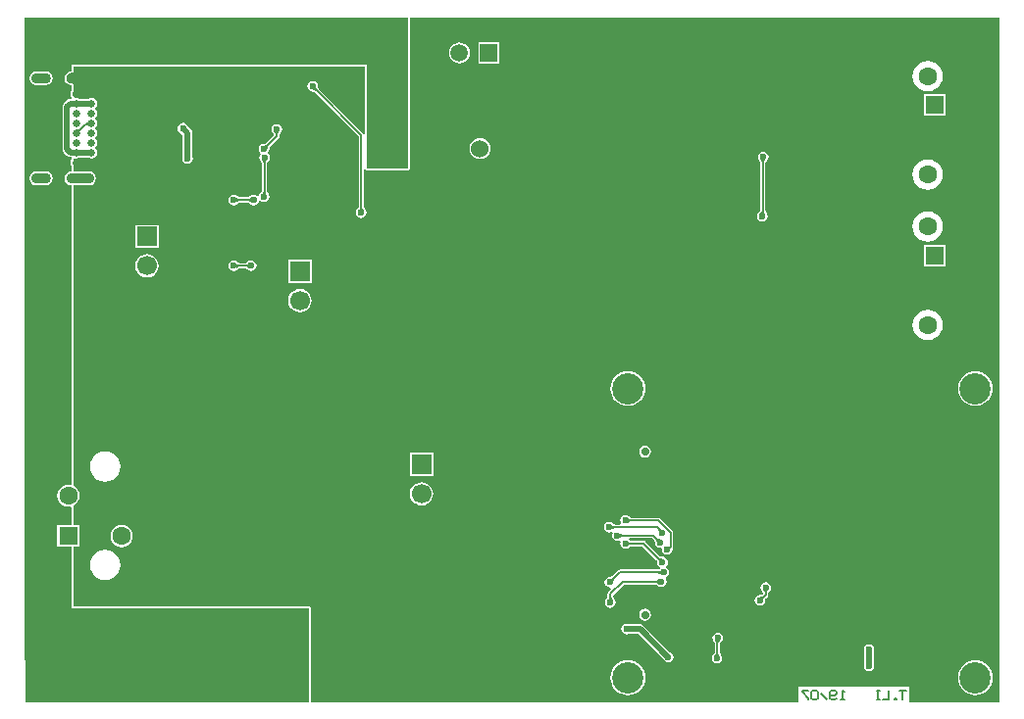
<source format=gbl>
G04*
G04 #@! TF.GenerationSoftware,Altium Limited,Altium Designer,19.0.15 (446)*
G04*
G04 Layer_Physical_Order=2*
G04 Layer_Color=16711680*
%FSLAX25Y25*%
%MOIN*%
G70*
G01*
G75*
%ADD11C,0.00787*%
%ADD13C,0.00591*%
%ADD102C,0.01968*%
%ADD104C,0.00606*%
%ADD106R,0.06693X0.06693*%
%ADD107C,0.06693*%
%ADD108C,0.06299*%
%ADD109R,0.06299X0.06299*%
%ADD110C,0.06000*%
%ADD111C,0.02559*%
%ADD112O,0.09449X0.03543*%
%ADD113O,0.06693X0.03543*%
%ADD114R,0.05906X0.05906*%
%ADD115C,0.05906*%
%ADD116C,0.02756*%
%ADD117C,0.10630*%
%ADD118C,0.02362*%
G36*
X100789Y210867D02*
X100815Y210601D01*
X100838Y210480D01*
X100868Y210367D01*
X100905Y210262D01*
X100950Y210166D01*
X101001Y210077D01*
X101059Y209996D01*
X101125Y209923D01*
X100707Y209505D01*
X100634Y209571D01*
X100553Y209629D01*
X100464Y209680D01*
X100367Y209725D01*
X100262Y209762D01*
X100150Y209792D01*
X100029Y209815D01*
X99900Y209832D01*
X99763Y209840D01*
X99618Y209843D01*
X100787Y211012D01*
X100789Y210867D01*
D02*
G37*
G36*
X23762Y197483D02*
X23621Y197581D01*
X23353Y197747D01*
X23226Y197814D01*
X22988Y197917D01*
X22877Y197953D01*
X22770Y197979D01*
X22669Y197994D01*
X22572Y197999D01*
X22463Y198606D01*
X22571Y198612D01*
X22678Y198631D01*
X22782Y198663D01*
X22885Y198708D01*
X22985Y198766D01*
X23083Y198837D01*
X23178Y198920D01*
X23272Y199017D01*
X23363Y199126D01*
X23453Y199248D01*
X23762Y197483D01*
D02*
G37*
G36*
X20830Y196385D02*
X20760Y196307D01*
X20698Y196220D01*
X20644Y196124D01*
X20597Y196019D01*
X20558Y195904D01*
X20526Y195780D01*
X20502Y195646D01*
X20484Y195503D01*
X20475Y195352D01*
X20473Y195190D01*
X19206Y196457D01*
X19367Y196459D01*
X19662Y196485D01*
X19796Y196510D01*
X19920Y196542D01*
X20034Y196581D01*
X20140Y196628D01*
X20236Y196683D01*
X20323Y196744D01*
X20401Y196814D01*
X20830Y196385D01*
D02*
G37*
G36*
X333014Y1631D02*
X302372D01*
Y6701D01*
X264831D01*
Y1631D01*
X99575Y1631D01*
X99075Y1631D01*
Y33465D01*
X98884Y33924D01*
X98425Y34114D01*
X18366D01*
Y54321D01*
X20285D01*
Y61821D01*
X18366D01*
Y67781D01*
X18348Y67825D01*
X18360Y67870D01*
X18295Y67980D01*
X18295Y68173D01*
X18416Y68543D01*
X18464Y68604D01*
X19210Y69176D01*
X19811Y69959D01*
X20188Y70872D01*
X20317Y71850D01*
X20188Y72829D01*
X19811Y73741D01*
X19210Y74525D01*
X18464Y75096D01*
X18416Y75158D01*
X18295Y75527D01*
X18295Y75721D01*
X18360Y75830D01*
X18348Y75876D01*
X18366Y75920D01*
Y177404D01*
X23603D01*
X24528Y177588D01*
X25312Y178113D01*
X25836Y178897D01*
X26021Y179822D01*
X25836Y180748D01*
X25312Y181532D01*
X24528Y182056D01*
X23603Y182240D01*
X18366D01*
Y183965D01*
X18293Y184140D01*
X18257Y184326D01*
X18035Y184657D01*
X17939Y185137D01*
X18035Y185617D01*
X18257Y185949D01*
X18293Y186135D01*
X18366Y186310D01*
X18866Y186633D01*
X19193Y186568D01*
X19927Y186714D01*
X20159Y186869D01*
X23542D01*
X23774Y186714D01*
X24507Y186568D01*
X25241Y186714D01*
X25863Y187129D01*
X26278Y187751D01*
X26424Y188484D01*
X26278Y189218D01*
X25863Y189839D01*
X25761Y189907D01*
Y190407D01*
X25863Y190475D01*
X26278Y191097D01*
X26424Y191830D01*
X26278Y192564D01*
X25863Y193185D01*
X25760Y193254D01*
Y193754D01*
X25863Y193822D01*
X26278Y194444D01*
X26424Y195177D01*
X26278Y195911D01*
X25863Y196532D01*
X25761Y196600D01*
Y197100D01*
X25863Y197168D01*
X26278Y197790D01*
X26424Y198523D01*
X26278Y199257D01*
X25863Y199878D01*
X25760Y199947D01*
Y200447D01*
X25863Y200515D01*
X26278Y201137D01*
X26424Y201870D01*
X26278Y202604D01*
X25863Y203225D01*
X25761Y203293D01*
Y203793D01*
X25863Y203861D01*
X26278Y204483D01*
X26424Y205216D01*
X26278Y205950D01*
X25863Y206571D01*
X25241Y206987D01*
X24507Y207133D01*
X23774Y206987D01*
X23542Y206832D01*
X20159D01*
X19927Y206987D01*
X19193Y207133D01*
X18866Y207068D01*
X18366Y207391D01*
X18293Y207566D01*
X18257Y207751D01*
X18035Y208083D01*
X17939Y208563D01*
X18035Y209043D01*
X18257Y209375D01*
X18293Y209561D01*
X18366Y209736D01*
Y211460D01*
X18255Y211728D01*
X18237Y211821D01*
X18209Y211840D01*
X18176Y211920D01*
X17949Y212014D01*
X17823Y212097D01*
X17025Y212256D01*
X16455Y212637D01*
X16075Y213207D01*
X15941Y213878D01*
X16075Y214550D01*
X16455Y215120D01*
X17025Y215500D01*
X17823Y215659D01*
X17949Y215743D01*
X18176Y215837D01*
X18209Y215917D01*
X18237Y215936D01*
X18255Y216029D01*
X18366Y216296D01*
Y217854D01*
X117461D01*
Y195173D01*
X116997Y194869D01*
X116961Y194874D01*
X116787Y195134D01*
X101632Y210289D01*
X101608Y210356D01*
X101566Y210404D01*
X101547Y210430D01*
X101527Y210464D01*
X101508Y210507D01*
X101489Y210560D01*
X101471Y210626D01*
X101458Y210693D01*
X101438Y210902D01*
X101437Y211021D01*
X101411Y211081D01*
X101284Y211719D01*
X100890Y212308D01*
X100301Y212701D01*
X99606Y212840D01*
X98911Y212701D01*
X98322Y212308D01*
X97929Y211719D01*
X97790Y211024D01*
X97929Y210329D01*
X98322Y209739D01*
X98911Y209346D01*
X99549Y209219D01*
X99609Y209193D01*
X99737Y209191D01*
X99838Y209185D01*
X99927Y209173D01*
X100004Y209159D01*
X100069Y209141D01*
X100123Y209122D01*
X100166Y209103D01*
X100200Y209083D01*
X100226Y209064D01*
X100274Y209022D01*
X100341Y208998D01*
X115229Y194110D01*
Y170062D01*
X115198Y169998D01*
X115194Y169934D01*
X115189Y169902D01*
X115179Y169865D01*
X115163Y169820D01*
X115138Y169769D01*
X115104Y169710D01*
X115066Y169653D01*
X114932Y169492D01*
X114849Y169406D01*
X114825Y169346D01*
X114464Y168805D01*
X114326Y168110D01*
X114464Y167415D01*
X114858Y166826D01*
X115447Y166432D01*
X116142Y166294D01*
X116837Y166432D01*
X117426Y166826D01*
X117819Y167415D01*
X117958Y168110D01*
X117819Y168805D01*
X117458Y169346D01*
X117434Y169406D01*
X117345Y169498D01*
X117278Y169574D01*
X117223Y169645D01*
X117179Y169710D01*
X117145Y169769D01*
X117121Y169820D01*
X117104Y169865D01*
X117094Y169902D01*
X117089Y169934D01*
X117086Y169998D01*
X117054Y170062D01*
Y182745D01*
X117554Y182845D01*
X117651Y182612D01*
X118110Y182421D01*
X131890D01*
X132349Y182612D01*
X132539Y183071D01*
Y234589D01*
X333014Y234589D01*
Y1631D01*
D02*
G37*
G36*
X131890Y183071D02*
X118110D01*
Y218504D01*
X17717D01*
Y216296D01*
X17697D01*
X16771Y216112D01*
X15987Y215588D01*
X15463Y214804D01*
X15279Y213878D01*
X15463Y212953D01*
X15987Y212169D01*
X16771Y211645D01*
X17697Y211460D01*
X17717D01*
Y209736D01*
X17423Y209297D01*
X17277Y208563D01*
X17423Y207830D01*
X17717Y207391D01*
Y206832D01*
X17295D01*
X16677Y206709D01*
X16153Y206359D01*
X14999Y205205D01*
X14649Y204681D01*
X14526Y204063D01*
Y189751D01*
X14649Y189132D01*
X14999Y188608D01*
X16153Y187455D01*
X16677Y187105D01*
X17295Y186982D01*
X17717D01*
Y186310D01*
X17423Y185871D01*
X17277Y185137D01*
X17423Y184404D01*
X17717Y183965D01*
Y182240D01*
X17697D01*
X16771Y182056D01*
X15987Y181532D01*
X15463Y180748D01*
X15279Y179822D01*
X15463Y178897D01*
X15987Y178113D01*
X16771Y177588D01*
X17697Y177404D01*
X17717D01*
Y75920D01*
X17217Y75543D01*
X16535Y75632D01*
X15557Y75503D01*
X14645Y75126D01*
X13861Y74525D01*
X13260Y73741D01*
X12882Y72829D01*
X12754Y71850D01*
X12882Y70872D01*
X13260Y69959D01*
X13861Y69176D01*
X14645Y68575D01*
X15557Y68197D01*
X16535Y68068D01*
X17217Y68158D01*
X17717Y67781D01*
Y61821D01*
X12786D01*
Y54321D01*
X17717D01*
Y33465D01*
X98425D01*
Y1631D01*
X1969D01*
Y15748D01*
X1631D01*
X1631Y234589D01*
X118110Y234589D01*
X127156D01*
X131890D01*
X131890D01*
Y183071D01*
D02*
G37*
G36*
X116442Y169865D02*
X116458Y169766D01*
X116485Y169667D01*
X116522Y169567D01*
X116570Y169466D01*
X116628Y169365D01*
X116697Y169263D01*
X116777Y169161D01*
X116867Y169058D01*
X116969Y168954D01*
X115315D01*
X115416Y169058D01*
X115586Y169263D01*
X115655Y169365D01*
X115714Y169466D01*
X115761Y169567D01*
X115799Y169667D01*
X115825Y169766D01*
X115841Y169865D01*
X115847Y169963D01*
X116437D01*
X116442Y169865D01*
D02*
G37*
%LPC*%
G36*
X163002Y225994D02*
X155896D01*
Y218888D01*
X163002D01*
Y225994D01*
D02*
G37*
G36*
X149449Y226024D02*
X148521Y225902D01*
X147657Y225544D01*
X146915Y224975D01*
X146345Y224233D01*
X145987Y223368D01*
X145865Y222441D01*
X145987Y221514D01*
X146345Y220649D01*
X146915Y219907D01*
X147657Y219338D01*
X148521Y218980D01*
X149449Y218858D01*
X150376Y218980D01*
X151241Y219338D01*
X151983Y219907D01*
X152552Y220649D01*
X152910Y221514D01*
X153032Y222441D01*
X152910Y223368D01*
X152552Y224233D01*
X151983Y224975D01*
X151241Y225544D01*
X150376Y225902D01*
X149449Y226024D01*
D02*
G37*
G36*
X308543Y219739D02*
X307205Y219563D01*
X305957Y219046D01*
X304886Y218224D01*
X304064Y217153D01*
X303548Y215905D01*
X303372Y214567D01*
X303548Y213228D01*
X304064Y211981D01*
X304886Y210910D01*
X305957Y210088D01*
X307205Y209571D01*
X308543Y209395D01*
X309882Y209571D01*
X311129Y210088D01*
X312200Y210910D01*
X313022Y211981D01*
X313539Y213228D01*
X313715Y214567D01*
X313539Y215905D01*
X313022Y217153D01*
X312200Y218224D01*
X311129Y219046D01*
X309882Y219563D01*
X308543Y219739D01*
D02*
G37*
G36*
X314773Y208474D02*
X307274D01*
Y200975D01*
X314773D01*
Y208474D01*
D02*
G37*
G36*
X156496Y193592D02*
X155556Y193468D01*
X154681Y193105D01*
X153928Y192528D01*
X153351Y191776D01*
X152989Y190900D01*
X152865Y189961D01*
X152989Y189021D01*
X153351Y188145D01*
X153928Y187393D01*
X154681Y186816D01*
X155556Y186453D01*
X156496Y186330D01*
X157436Y186453D01*
X158312Y186816D01*
X159064Y187393D01*
X159641Y188145D01*
X160003Y189021D01*
X160127Y189961D01*
X160003Y190900D01*
X159641Y191776D01*
X159064Y192528D01*
X158312Y193105D01*
X157436Y193468D01*
X156496Y193592D01*
D02*
G37*
G36*
X55512Y198666D02*
X54817Y198528D01*
X54228Y198135D01*
X53834Y197545D01*
X53696Y196850D01*
X53834Y196155D01*
X54228Y195566D01*
X54762Y195209D01*
X55471Y194500D01*
Y187403D01*
X55409Y187309D01*
X55271Y186614D01*
X55409Y185919D01*
X55803Y185330D01*
X56392Y184936D01*
X57087Y184798D01*
X57782Y184936D01*
X58371Y185330D01*
X58764Y185919D01*
X58903Y186614D01*
X58764Y187309D01*
X58702Y187403D01*
Y195169D01*
X58579Y195787D01*
X58229Y196311D01*
X57238Y197302D01*
X57190Y197545D01*
X56796Y198135D01*
X56207Y198528D01*
X55512Y198666D01*
D02*
G37*
G36*
X308543Y186274D02*
X307205Y186098D01*
X305957Y185581D01*
X304886Y184759D01*
X304064Y183688D01*
X303548Y182441D01*
X303372Y181102D01*
X303548Y179764D01*
X304064Y178516D01*
X304886Y177445D01*
X305957Y176623D01*
X307205Y176107D01*
X308543Y175931D01*
X309882Y176107D01*
X311129Y176623D01*
X312200Y177445D01*
X313022Y178516D01*
X313539Y179764D01*
X313715Y181102D01*
X313539Y182441D01*
X313022Y183688D01*
X312200Y184759D01*
X311129Y185581D01*
X309882Y186098D01*
X308543Y186274D01*
D02*
G37*
G36*
X87402Y198273D02*
X86707Y198134D01*
X86118Y197741D01*
X85724Y197152D01*
X85586Y196457D01*
X85724Y195762D01*
X86085Y195221D01*
X86109Y195160D01*
X86198Y195069D01*
X86265Y194993D01*
X86320Y194922D01*
X86364Y194857D01*
X86398Y194798D01*
X86423Y194747D01*
X86439Y194702D01*
X86449Y194665D01*
X86454Y194633D01*
X86458Y194569D01*
X86489Y194505D01*
Y194473D01*
X83806Y191790D01*
X83738Y191766D01*
X83691Y191723D01*
X83665Y191704D01*
X83631Y191685D01*
X83588Y191665D01*
X83534Y191646D01*
X83469Y191629D01*
X83401Y191616D01*
X83192Y191596D01*
X83074Y191594D01*
X83014Y191568D01*
X82376Y191442D01*
X81787Y191048D01*
X81393Y190459D01*
X81255Y189764D01*
X81393Y189069D01*
X81761Y188518D01*
X82014Y188086D01*
X81621Y187496D01*
X81482Y186802D01*
X81621Y186107D01*
X81847Y185768D01*
X81880Y185645D01*
X82044Y185432D01*
X82096Y185354D01*
X82142Y185277D01*
X82177Y185208D01*
X82203Y185146D01*
X82221Y185093D01*
X82232Y185049D01*
X82238Y185013D01*
X82241Y184951D01*
X82272Y184886D01*
Y175616D01*
X82243Y175562D01*
X82248Y175548D01*
X82241Y175534D01*
X82237Y175470D01*
X82233Y175442D01*
X82224Y175411D01*
X82210Y175375D01*
X82188Y175334D01*
X82157Y175287D01*
X82116Y175234D01*
X82064Y175176D01*
X81999Y175113D01*
X81907Y175035D01*
X81870Y174962D01*
X81787Y174906D01*
X81393Y174317D01*
X81307Y173884D01*
X81007Y173788D01*
X80771Y173752D01*
X80222Y174119D01*
X79528Y174257D01*
X78833Y174119D01*
X78298Y173762D01*
X78236Y173738D01*
X78166Y173671D01*
X78113Y173627D01*
X78062Y173591D01*
X78013Y173561D01*
X77964Y173537D01*
X77916Y173519D01*
X77867Y173504D01*
X77816Y173493D01*
X77763Y173487D01*
X77680Y173484D01*
X77616Y173454D01*
X74746D01*
X74682Y173484D01*
X74599Y173487D01*
X74546Y173493D01*
X74495Y173504D01*
X74446Y173519D01*
X74398Y173537D01*
X74349Y173561D01*
X74300Y173591D01*
X74249Y173627D01*
X74196Y173671D01*
X74126Y173738D01*
X74064Y173762D01*
X73530Y174119D01*
X72835Y174257D01*
X72140Y174119D01*
X71551Y173725D01*
X71157Y173136D01*
X71019Y172441D01*
X71157Y171746D01*
X71551Y171157D01*
X72140Y170763D01*
X72835Y170625D01*
X73530Y170763D01*
X74064Y171120D01*
X74126Y171144D01*
X74196Y171211D01*
X74249Y171255D01*
X74300Y171291D01*
X74349Y171321D01*
X74398Y171344D01*
X74446Y171363D01*
X74495Y171378D01*
X74546Y171388D01*
X74599Y171395D01*
X74682Y171398D01*
X74746Y171428D01*
X77616D01*
X77680Y171398D01*
X77763Y171395D01*
X77816Y171388D01*
X77867Y171378D01*
X77916Y171363D01*
X77964Y171344D01*
X78013Y171321D01*
X78062Y171291D01*
X78113Y171255D01*
X78166Y171211D01*
X78236Y171144D01*
X78298Y171120D01*
X78833Y170763D01*
X79528Y170625D01*
X80222Y170763D01*
X80812Y171157D01*
X81205Y171746D01*
X81292Y172179D01*
X81592Y172275D01*
X81827Y172311D01*
X82376Y171944D01*
X83071Y171806D01*
X83766Y171944D01*
X84355Y172338D01*
X84749Y172927D01*
X84887Y173622D01*
X84749Y174317D01*
X84523Y174655D01*
X84489Y174779D01*
X84325Y174992D01*
X84273Y175069D01*
X84228Y175146D01*
X84192Y175216D01*
X84166Y175277D01*
X84148Y175330D01*
X84137Y175374D01*
X84132Y175410D01*
X84128Y175473D01*
X84097Y175538D01*
Y184808D01*
X84126Y184861D01*
X84122Y184876D01*
X84128Y184890D01*
X84132Y184954D01*
X84137Y184982D01*
X84145Y185013D01*
X84160Y185048D01*
X84181Y185089D01*
X84212Y185136D01*
X84253Y185189D01*
X84306Y185248D01*
X84371Y185310D01*
X84462Y185389D01*
X84499Y185462D01*
X84583Y185518D01*
X84976Y186107D01*
X85115Y186802D01*
X84976Y187496D01*
X84608Y188048D01*
X84355Y188480D01*
X84749Y189069D01*
X84876Y189707D01*
X84901Y189767D01*
X84903Y189894D01*
X84910Y189996D01*
X84921Y190085D01*
X84936Y190162D01*
X84953Y190227D01*
X84972Y190281D01*
X84992Y190324D01*
X85012Y190357D01*
X85030Y190384D01*
X85073Y190431D01*
X85097Y190499D01*
X88047Y193449D01*
X88245Y193745D01*
X88314Y194095D01*
Y194505D01*
X88345Y194569D01*
X88349Y194633D01*
X88354Y194665D01*
X88364Y194702D01*
X88380Y194747D01*
X88405Y194798D01*
X88439Y194857D01*
X88477Y194914D01*
X88611Y195075D01*
X88694Y195160D01*
X88718Y195221D01*
X89079Y195762D01*
X89218Y196457D01*
X89079Y197152D01*
X88686Y197741D01*
X88096Y198134D01*
X87402Y198273D01*
D02*
G37*
G36*
X252756Y188824D02*
X252061Y188686D01*
X251472Y188292D01*
X251078Y187703D01*
X250940Y187008D01*
X251078Y186313D01*
X251239Y186072D01*
X251268Y185942D01*
X251345Y185831D01*
X251472Y185626D01*
X251514Y185546D01*
X251550Y185468D01*
X251577Y185400D01*
X251595Y185341D01*
X251606Y185292D01*
X251612Y185254D01*
X251615Y185193D01*
X251646Y185127D01*
Y168962D01*
X251624Y168927D01*
X251633Y168888D01*
X251615Y168851D01*
X251612Y168787D01*
X251607Y168761D01*
X251600Y168736D01*
X251588Y168707D01*
X251569Y168674D01*
X251542Y168635D01*
X251504Y168591D01*
X251455Y168542D01*
X251392Y168488D01*
X251300Y168420D01*
X251242Y168323D01*
X251078Y168213D01*
X250684Y167624D01*
X250546Y166929D01*
X250684Y166234D01*
X251078Y165645D01*
X251667Y165251D01*
X252362Y165113D01*
X253057Y165251D01*
X253646Y165645D01*
X254040Y166234D01*
X254178Y166929D01*
X254040Y167624D01*
X253879Y167865D01*
X253850Y167996D01*
X253773Y168106D01*
X253646Y168311D01*
X253604Y168391D01*
X253568Y168469D01*
X253541Y168537D01*
X253523Y168596D01*
X253512Y168645D01*
X253506Y168683D01*
X253503Y168744D01*
X253472Y168810D01*
Y184975D01*
X253494Y185010D01*
X253485Y185049D01*
X253503Y185086D01*
X253506Y185150D01*
X253511Y185176D01*
X253518Y185201D01*
X253531Y185230D01*
X253549Y185263D01*
X253576Y185302D01*
X253614Y185346D01*
X253663Y185396D01*
X253726Y185449D01*
X253818Y185517D01*
X253876Y185614D01*
X254040Y185724D01*
X254434Y186313D01*
X254572Y187008D01*
X254434Y187703D01*
X254040Y188292D01*
X253451Y188686D01*
X252756Y188824D01*
D02*
G37*
G36*
X308543Y168558D02*
X307205Y168381D01*
X305957Y167865D01*
X304886Y167043D01*
X304064Y165972D01*
X303548Y164724D01*
X303372Y163386D01*
X303548Y162047D01*
X304064Y160800D01*
X304886Y159729D01*
X305957Y158907D01*
X307205Y158390D01*
X308543Y158214D01*
X309882Y158390D01*
X311129Y158907D01*
X312200Y159729D01*
X313022Y160800D01*
X313539Y162047D01*
X313715Y163386D01*
X313539Y164724D01*
X313022Y165972D01*
X312200Y167043D01*
X311129Y167865D01*
X309882Y168381D01*
X308543Y168558D01*
D02*
G37*
G36*
X47254Y163946D02*
X39361D01*
Y156053D01*
X47254D01*
Y163946D01*
D02*
G37*
G36*
X78740Y151816D02*
X78045Y151678D01*
X77505Y151317D01*
X77444Y151292D01*
X77352Y151203D01*
X77276Y151137D01*
X77205Y151081D01*
X77140Y151037D01*
X77082Y151004D01*
X77030Y150979D01*
X76986Y150962D01*
X76948Y150952D01*
X76916Y150947D01*
X76853Y150944D01*
X76788Y150913D01*
X74787D01*
X74722Y150944D01*
X74659Y150947D01*
X74627Y150952D01*
X74589Y150962D01*
X74545Y150979D01*
X74493Y151004D01*
X74435Y151037D01*
X74378Y151076D01*
X74216Y151210D01*
X74131Y151292D01*
X74070Y151317D01*
X73530Y151678D01*
X72835Y151816D01*
X72140Y151678D01*
X71551Y151284D01*
X71157Y150695D01*
X71019Y150000D01*
X71157Y149305D01*
X71551Y148716D01*
X72140Y148322D01*
X72835Y148184D01*
X73530Y148322D01*
X74070Y148683D01*
X74131Y148708D01*
X74223Y148797D01*
X74299Y148863D01*
X74370Y148919D01*
X74435Y148963D01*
X74493Y148996D01*
X74545Y149021D01*
X74589Y149038D01*
X74627Y149048D01*
X74659Y149053D01*
X74722Y149056D01*
X74787Y149087D01*
X76788D01*
X76853Y149056D01*
X76916Y149053D01*
X76948Y149048D01*
X76986Y149038D01*
X77030Y149021D01*
X77082Y148996D01*
X77140Y148963D01*
X77197Y148924D01*
X77359Y148790D01*
X77444Y148708D01*
X77505Y148683D01*
X78045Y148322D01*
X78740Y148184D01*
X79435Y148322D01*
X80024Y148716D01*
X80418Y149305D01*
X80556Y150000D01*
X80418Y150695D01*
X80024Y151284D01*
X79435Y151678D01*
X78740Y151816D01*
D02*
G37*
G36*
X314773Y157293D02*
X307274D01*
Y149794D01*
X314773D01*
Y157293D01*
D02*
G37*
G36*
X43307Y153981D02*
X42277Y153845D01*
X41317Y153447D01*
X40492Y152815D01*
X39860Y151990D01*
X39462Y151030D01*
X39327Y150000D01*
X39462Y148970D01*
X39860Y148010D01*
X40492Y147185D01*
X41317Y146553D01*
X42277Y146155D01*
X43307Y146019D01*
X44337Y146155D01*
X45297Y146553D01*
X46122Y147185D01*
X46754Y148010D01*
X47152Y148970D01*
X47288Y150000D01*
X47152Y151030D01*
X46754Y151990D01*
X46122Y152815D01*
X45297Y153447D01*
X44337Y153845D01*
X43307Y153981D01*
D02*
G37*
G36*
X99222Y152135D02*
X91329D01*
Y144243D01*
X99222D01*
Y152135D01*
D02*
G37*
G36*
X95276Y142169D02*
X94245Y142034D01*
X93285Y141636D01*
X92461Y141004D01*
X91828Y140179D01*
X91431Y139219D01*
X91295Y138189D01*
X91431Y137159D01*
X91828Y136199D01*
X92461Y135374D01*
X93285Y134742D01*
X94245Y134344D01*
X95276Y134209D01*
X96306Y134344D01*
X97266Y134742D01*
X98090Y135374D01*
X98723Y136199D01*
X99120Y137159D01*
X99256Y138189D01*
X99120Y139219D01*
X98723Y140179D01*
X98090Y141004D01*
X97266Y141636D01*
X96306Y142034D01*
X95276Y142169D01*
D02*
G37*
G36*
X308543Y135093D02*
X307205Y134917D01*
X305957Y134400D01*
X304886Y133578D01*
X304064Y132507D01*
X303548Y131260D01*
X303372Y129921D01*
X303548Y128583D01*
X304064Y127335D01*
X304886Y126264D01*
X305957Y125442D01*
X307205Y124926D01*
X308543Y124750D01*
X309882Y124926D01*
X311129Y125442D01*
X312200Y126264D01*
X313022Y127335D01*
X313539Y128583D01*
X313715Y129921D01*
X313539Y131260D01*
X313022Y132507D01*
X312200Y133578D01*
X311129Y134400D01*
X309882Y134917D01*
X308543Y135093D01*
D02*
G37*
G36*
X324803Y114211D02*
X323644Y114097D01*
X322529Y113759D01*
X321501Y113210D01*
X320600Y112470D01*
X319861Y111570D01*
X319312Y110542D01*
X318974Y109427D01*
X318860Y108268D01*
X318974Y107108D01*
X319312Y105993D01*
X319861Y104966D01*
X320600Y104065D01*
X321501Y103326D01*
X322529Y102777D01*
X323644Y102438D01*
X324803Y102324D01*
X325963Y102438D01*
X327078Y102777D01*
X328105Y103326D01*
X329006Y104065D01*
X329745Y104966D01*
X330294Y105993D01*
X330632Y107108D01*
X330747Y108268D01*
X330632Y109427D01*
X330294Y110542D01*
X329745Y111570D01*
X329006Y112470D01*
X328105Y113210D01*
X327078Y113759D01*
X325963Y114097D01*
X324803Y114211D01*
D02*
G37*
G36*
X206693D02*
X205533Y114097D01*
X204418Y113759D01*
X203391Y113210D01*
X202490Y112470D01*
X201751Y111570D01*
X201202Y110542D01*
X200864Y109427D01*
X200749Y108268D01*
X200864Y107108D01*
X201202Y105993D01*
X201751Y104966D01*
X202490Y104065D01*
X203391Y103326D01*
X204418Y102777D01*
X205533Y102438D01*
X206693Y102324D01*
X207852Y102438D01*
X208967Y102777D01*
X209995Y103326D01*
X210896Y104065D01*
X211635Y104966D01*
X212184Y105993D01*
X212522Y107108D01*
X212636Y108268D01*
X212522Y109427D01*
X212184Y110542D01*
X211635Y111570D01*
X210896Y112470D01*
X209995Y113210D01*
X208967Y113759D01*
X207852Y114097D01*
X206693Y114211D01*
D02*
G37*
G36*
X212598Y88828D02*
X211827Y88674D01*
X211172Y88237D01*
X210735Y87583D01*
X210582Y86811D01*
X210735Y86039D01*
X211172Y85385D01*
X211827Y84948D01*
X212598Y84794D01*
X213370Y84948D01*
X214024Y85385D01*
X214462Y86039D01*
X214615Y86811D01*
X214462Y87583D01*
X214024Y88237D01*
X213370Y88674D01*
X212598Y88828D01*
D02*
G37*
G36*
X140561Y86387D02*
X132668D01*
Y78495D01*
X140561D01*
Y86387D01*
D02*
G37*
G36*
X29055Y86865D02*
X27717Y86689D01*
X26469Y86172D01*
X25398Y85350D01*
X24576Y84279D01*
X24059Y83031D01*
X23883Y81693D01*
X24059Y80354D01*
X24576Y79107D01*
X25398Y78036D01*
X26469Y77214D01*
X27717Y76697D01*
X29055Y76521D01*
X30394Y76697D01*
X31641Y77214D01*
X32712Y78036D01*
X33534Y79107D01*
X34051Y80354D01*
X34227Y81693D01*
X34051Y83031D01*
X33534Y84279D01*
X32712Y85350D01*
X31641Y86172D01*
X30394Y86689D01*
X29055Y86865D01*
D02*
G37*
G36*
X136614Y76421D02*
X135584Y76286D01*
X134624Y75888D01*
X133800Y75256D01*
X133167Y74431D01*
X132769Y73471D01*
X132634Y72441D01*
X132769Y71411D01*
X133167Y70451D01*
X133800Y69626D01*
X134624Y68994D01*
X135584Y68596D01*
X136614Y68460D01*
X137644Y68596D01*
X138604Y68994D01*
X139429Y69626D01*
X140061Y70451D01*
X140459Y71411D01*
X140595Y72441D01*
X140459Y73471D01*
X140061Y74431D01*
X139429Y75256D01*
X138604Y75888D01*
X137644Y76286D01*
X136614Y76421D01*
D02*
G37*
G36*
X205906Y65202D02*
X205211Y65064D01*
X204621Y64670D01*
X204228Y64081D01*
X204089Y63386D01*
X204228Y62691D01*
X204398Y62436D01*
X204131Y61936D01*
X202346D01*
X202281Y61967D01*
X202218Y61971D01*
X202186Y61976D01*
X202148Y61986D01*
X202104Y62003D01*
X202052Y62027D01*
X201994Y62061D01*
X201937Y62099D01*
X201775Y62233D01*
X201690Y62316D01*
X201629Y62340D01*
X201089Y62701D01*
X200394Y62840D01*
X199699Y62701D01*
X199110Y62308D01*
X198716Y61719D01*
X198578Y61024D01*
X198716Y60329D01*
X199110Y59740D01*
X199699Y59346D01*
X200394Y59208D01*
X201089Y59346D01*
X201157Y59392D01*
X201518Y59031D01*
X201472Y58963D01*
X201334Y58268D01*
X201472Y57573D01*
X201866Y56984D01*
X202455Y56590D01*
X203150Y56452D01*
X203845Y56590D01*
X203913Y56636D01*
X204274Y56275D01*
X204228Y56207D01*
X204089Y55512D01*
X204228Y54817D01*
X204621Y54228D01*
X205211Y53834D01*
X205906Y53696D01*
X206600Y53834D01*
X207141Y54195D01*
X207202Y54219D01*
X207294Y54309D01*
X207370Y54375D01*
X207441Y54431D01*
X207506Y54475D01*
X207564Y54508D01*
X207616Y54533D01*
X207660Y54549D01*
X207698Y54559D01*
X207730Y54565D01*
X207793Y54568D01*
X207858Y54599D01*
X211790D01*
X216478Y49910D01*
X216502Y49843D01*
X216544Y49795D01*
X216563Y49769D01*
X216583Y49736D01*
X216602Y49692D01*
X216622Y49639D01*
X216639Y49573D01*
X216652Y49506D01*
X216672Y49297D01*
X216673Y49178D01*
X216699Y49118D01*
X216826Y48481D01*
X217220Y47891D01*
X217669Y47592D01*
X217730Y47137D01*
X217703Y47013D01*
X217669Y46990D01*
X217606Y46966D01*
X217536Y46899D01*
X217483Y46856D01*
X217432Y46819D01*
X217383Y46790D01*
X217334Y46766D01*
X217286Y46747D01*
X217237Y46732D01*
X217186Y46722D01*
X217133Y46715D01*
X217050Y46712D01*
X216986Y46683D01*
X203937D01*
X203549Y46605D01*
X203221Y46386D01*
X201226Y44391D01*
X201160Y44367D01*
X201099Y44310D01*
X201056Y44277D01*
X201013Y44249D01*
X200968Y44224D01*
X200921Y44204D01*
X200869Y44186D01*
X200814Y44172D01*
X200752Y44162D01*
X200684Y44155D01*
X200587Y44153D01*
X200526Y44126D01*
X199896Y44001D01*
X199306Y43607D01*
X198913Y43018D01*
X198775Y42323D01*
X198913Y41628D01*
X199306Y41039D01*
X199896Y40645D01*
X200591Y40507D01*
X200813Y40551D01*
X201059Y40090D01*
X200071Y39102D01*
X199851Y38774D01*
X199774Y38386D01*
Y37345D01*
X199745Y37281D01*
X199741Y37198D01*
X199735Y37144D01*
X199724Y37093D01*
X199710Y37045D01*
X199691Y36996D01*
X199667Y36948D01*
X199637Y36898D01*
X199601Y36847D01*
X199557Y36795D01*
X199491Y36725D01*
X199467Y36662D01*
X199110Y36128D01*
X198971Y35433D01*
X199110Y34738D01*
X199503Y34149D01*
X200093Y33755D01*
X200787Y33617D01*
X201482Y33755D01*
X202071Y34149D01*
X202465Y34738D01*
X202603Y35433D01*
X202465Y36128D01*
X202108Y36662D01*
X202084Y36725D01*
X202017Y36795D01*
X201974Y36847D01*
X201937Y36898D01*
X201908Y36948D01*
X201884Y36996D01*
X201865Y37045D01*
X201850Y37093D01*
X201840Y37144D01*
X201833Y37198D01*
X201830Y37281D01*
X201801Y37345D01*
Y37966D01*
X205341Y41506D01*
X216198D01*
X216262Y41477D01*
X216345Y41474D01*
X216399Y41467D01*
X216449Y41457D01*
X216498Y41442D01*
X216547Y41423D01*
X216595Y41399D01*
X216645Y41370D01*
X216695Y41333D01*
X216748Y41290D01*
X216818Y41223D01*
X216881Y41199D01*
X217415Y40842D01*
X218110Y40704D01*
X218805Y40842D01*
X219394Y41236D01*
X219788Y41825D01*
X219926Y42520D01*
X219788Y43215D01*
X219607Y43485D01*
X219593Y43968D01*
X219753Y44098D01*
X220182Y44385D01*
X220575Y44974D01*
X220714Y45669D01*
X220575Y46364D01*
X220182Y46953D01*
X219733Y47253D01*
X219672Y47708D01*
X219699Y47832D01*
X219788Y47891D01*
X220182Y48481D01*
X220320Y49176D01*
X220182Y49870D01*
X219788Y50460D01*
X219199Y50853D01*
X218561Y50980D01*
X218501Y51006D01*
X218373Y51008D01*
X218272Y51015D01*
X218183Y51026D01*
X218106Y51040D01*
X218041Y51058D01*
X217987Y51077D01*
X217944Y51097D01*
X217910Y51116D01*
X217884Y51135D01*
X217837Y51178D01*
X217769Y51201D01*
X212813Y56157D01*
X212517Y56355D01*
X212168Y56425D01*
X207857D01*
X207793Y56456D01*
X207730Y56459D01*
X207698Y56464D01*
X207660Y56474D01*
X207616Y56491D01*
X207564Y56515D01*
X207505Y56549D01*
X207449Y56588D01*
X207287Y56722D01*
X207202Y56804D01*
X207141Y56828D01*
X207101Y56855D01*
X207253Y57355D01*
X214976D01*
X215691Y56640D01*
X215715Y56573D01*
X215757Y56525D01*
X215776Y56499D01*
X215795Y56466D01*
X215815Y56423D01*
X215834Y56369D01*
X215852Y56304D01*
X215865Y56236D01*
X215884Y56027D01*
X215886Y55908D01*
X215912Y55848D01*
X216039Y55211D01*
X216432Y54621D01*
X217022Y54228D01*
X217717Y54089D01*
X217957Y54137D01*
X218310Y53784D01*
X218262Y53543D01*
X218401Y52848D01*
X218794Y52259D01*
X219383Y51865D01*
X220078Y51727D01*
X220773Y51865D01*
X221362Y52259D01*
X221756Y52848D01*
X221894Y53543D01*
X221873Y53653D01*
X221905Y53685D01*
X222103Y53981D01*
X222173Y54331D01*
Y59236D01*
X222103Y59586D01*
X221905Y59882D01*
X217756Y64031D01*
X217460Y64229D01*
X217110Y64299D01*
X207857D01*
X207793Y64330D01*
X207730Y64333D01*
X207698Y64338D01*
X207660Y64348D01*
X207616Y64365D01*
X207564Y64389D01*
X207505Y64423D01*
X207449Y64462D01*
X207287Y64596D01*
X207202Y64678D01*
X207141Y64702D01*
X206600Y65064D01*
X205906Y65202D01*
D02*
G37*
G36*
X34646Y61853D02*
X33667Y61724D01*
X32755Y61346D01*
X31971Y60745D01*
X31370Y59962D01*
X30993Y59050D01*
X30864Y58071D01*
X30993Y57092D01*
X31370Y56180D01*
X31971Y55397D01*
X32755Y54796D01*
X33667Y54418D01*
X34646Y54289D01*
X35625Y54418D01*
X36537Y54796D01*
X37320Y55397D01*
X37921Y56180D01*
X38299Y57092D01*
X38428Y58071D01*
X38299Y59050D01*
X37921Y59962D01*
X37320Y60745D01*
X36537Y61346D01*
X35625Y61724D01*
X34646Y61853D01*
D02*
G37*
G36*
X29055Y53400D02*
X27717Y53224D01*
X26469Y52707D01*
X25398Y51885D01*
X24576Y50814D01*
X24059Y49567D01*
X23883Y48228D01*
X24059Y46890D01*
X24576Y45642D01*
X25398Y44571D01*
X26469Y43749D01*
X27717Y43233D01*
X29055Y43056D01*
X30394Y43233D01*
X31641Y43749D01*
X32712Y44571D01*
X33534Y45642D01*
X34051Y46890D01*
X34227Y48228D01*
X34051Y49567D01*
X33534Y50814D01*
X32712Y51885D01*
X31641Y52707D01*
X30394Y53224D01*
X29055Y53400D01*
D02*
G37*
G36*
X253543Y42367D02*
X252848Y42229D01*
X252259Y41835D01*
X251866Y41246D01*
X251727Y40551D01*
X251866Y39856D01*
X252227Y39316D01*
X252251Y39255D01*
X252340Y39163D01*
X252407Y39087D01*
X252462Y39016D01*
X252506Y38951D01*
X252540Y38893D01*
X252564Y38841D01*
X252581Y38797D01*
X252591Y38759D01*
X252596Y38727D01*
X252600Y38664D01*
X252630Y38599D01*
Y38567D01*
X252310Y38246D01*
X252242Y38223D01*
X252195Y38180D01*
X252168Y38161D01*
X252135Y38142D01*
X252092Y38122D01*
X252038Y38103D01*
X251973Y38085D01*
X251905Y38072D01*
X251696Y38053D01*
X251577Y38051D01*
X251518Y38025D01*
X250880Y37898D01*
X250291Y37505D01*
X249897Y36915D01*
X249759Y36220D01*
X249897Y35526D01*
X250291Y34936D01*
X250880Y34543D01*
X251575Y34405D01*
X252270Y34543D01*
X252859Y34936D01*
X253253Y35526D01*
X253379Y36163D01*
X253405Y36223D01*
X253407Y36351D01*
X253414Y36452D01*
X253425Y36541D01*
X253440Y36618D01*
X253457Y36684D01*
X253476Y36737D01*
X253496Y36781D01*
X253515Y36814D01*
X253534Y36841D01*
X253577Y36888D01*
X253601Y36955D01*
X254189Y37543D01*
X254387Y37840D01*
X254456Y38189D01*
Y38599D01*
X254487Y38664D01*
X254490Y38727D01*
X254496Y38759D01*
X254506Y38797D01*
X254522Y38841D01*
X254547Y38893D01*
X254581Y38951D01*
X254619Y39008D01*
X254753Y39170D01*
X254836Y39255D01*
X254860Y39316D01*
X255221Y39856D01*
X255359Y40551D01*
X255221Y41246D01*
X254827Y41835D01*
X254238Y42229D01*
X253543Y42367D01*
D02*
G37*
G36*
X212598Y33316D02*
X211827Y33162D01*
X211172Y32725D01*
X210735Y32071D01*
X210582Y31299D01*
X210735Y30527D01*
X211172Y29873D01*
X211827Y29436D01*
X212598Y29283D01*
X213370Y29436D01*
X214024Y29873D01*
X214462Y30527D01*
X214615Y31299D01*
X214462Y32071D01*
X214024Y32725D01*
X213370Y33162D01*
X212598Y33316D01*
D02*
G37*
G36*
X206299Y28194D02*
X205604Y28056D01*
X205015Y27662D01*
X204622Y27073D01*
X204483Y26378D01*
X204622Y25683D01*
X205015Y25094D01*
X205604Y24700D01*
X206299Y24562D01*
X206994Y24700D01*
X207088Y24763D01*
X210355D01*
X218773Y16344D01*
X218795Y16234D01*
X219188Y15645D01*
X219777Y15251D01*
X220472Y15113D01*
X221167Y15251D01*
X221757Y15645D01*
X222150Y16234D01*
X222288Y16929D01*
X222150Y17624D01*
X221757Y18213D01*
X221167Y18607D01*
X221057Y18629D01*
X212166Y27520D01*
X211642Y27870D01*
X211024Y27993D01*
X207088D01*
X206994Y28056D01*
X206299Y28194D01*
D02*
G37*
G36*
X237294Y25152D02*
X236599Y25014D01*
X236010Y24620D01*
X235616Y24031D01*
X235478Y23336D01*
X235616Y22641D01*
X235820Y22335D01*
X235856Y22203D01*
X235935Y22100D01*
X236065Y21906D01*
X236107Y21833D01*
X236142Y21760D01*
X236169Y21696D01*
X236187Y21641D01*
X236198Y21596D01*
X236204Y21559D01*
X236207Y21497D01*
X236238Y21432D01*
Y18544D01*
X236211Y18497D01*
X236217Y18473D01*
X236207Y18452D01*
X236203Y18387D01*
X236199Y18360D01*
X236190Y18331D01*
X236177Y18298D01*
X236156Y18260D01*
X236127Y18216D01*
X236087Y18166D01*
X236035Y18111D01*
X235971Y18051D01*
X235879Y17977D01*
X235834Y17894D01*
X235723Y17819D01*
X235330Y17230D01*
X235191Y16535D01*
X235330Y15841D01*
X235723Y15251D01*
X236312Y14858D01*
X237007Y14719D01*
X237702Y14858D01*
X238292Y15251D01*
X238685Y15841D01*
X238823Y16535D01*
X238685Y17230D01*
X238481Y17536D01*
X238445Y17668D01*
X238366Y17771D01*
X238236Y17965D01*
X238194Y18038D01*
X238159Y18111D01*
X238133Y18175D01*
X238114Y18230D01*
X238103Y18276D01*
X238098Y18312D01*
X238094Y18374D01*
X238063Y18440D01*
Y21327D01*
X238090Y21374D01*
X238084Y21398D01*
X238094Y21419D01*
X238098Y21484D01*
X238103Y21511D01*
X238111Y21540D01*
X238124Y21573D01*
X238145Y21611D01*
X238175Y21655D01*
X238214Y21705D01*
X238266Y21761D01*
X238330Y21820D01*
X238422Y21894D01*
X238467Y21977D01*
X238578Y22052D01*
X238971Y22641D01*
X239110Y23336D01*
X238971Y24031D01*
X238578Y24620D01*
X237989Y25014D01*
X237294Y25152D01*
D02*
G37*
G36*
X288674Y21199D02*
X287979Y21060D01*
X287390Y20667D01*
X286996Y20078D01*
X286858Y19383D01*
X286996Y18688D01*
X287059Y18594D01*
Y14659D01*
X286996Y14566D01*
X286858Y13871D01*
X286996Y13176D01*
X287390Y12587D01*
X287979Y12193D01*
X288674Y12055D01*
X289369Y12193D01*
X289958Y12587D01*
X290352Y13176D01*
X290490Y13871D01*
X290352Y14566D01*
X290289Y14659D01*
Y18594D01*
X290352Y18688D01*
X290490Y19383D01*
X290352Y20078D01*
X289958Y20667D01*
X289369Y21060D01*
X288674Y21199D01*
D02*
G37*
G36*
X324803Y15786D02*
X323644Y15672D01*
X322529Y15334D01*
X321501Y14784D01*
X320600Y14045D01*
X319861Y13145D01*
X319312Y12117D01*
X318974Y11002D01*
X318860Y9843D01*
X318974Y8683D01*
X319312Y7568D01*
X319861Y6540D01*
X320600Y5640D01*
X321501Y4901D01*
X322529Y4351D01*
X323644Y4013D01*
X324803Y3899D01*
X325963Y4013D01*
X327078Y4351D01*
X328105Y4901D01*
X329006Y5640D01*
X329745Y6540D01*
X330294Y7568D01*
X330632Y8683D01*
X330747Y9843D01*
X330632Y11002D01*
X330294Y12117D01*
X329745Y13145D01*
X329006Y14045D01*
X328105Y14784D01*
X327078Y15334D01*
X325963Y15672D01*
X324803Y15786D01*
D02*
G37*
G36*
X206693D02*
X205533Y15672D01*
X204418Y15334D01*
X203391Y14784D01*
X202490Y14045D01*
X201751Y13145D01*
X201202Y12117D01*
X200864Y11002D01*
X200749Y9843D01*
X200864Y8683D01*
X201202Y7568D01*
X201751Y6540D01*
X202490Y5640D01*
X203391Y4901D01*
X204418Y4351D01*
X205533Y4013D01*
X206693Y3899D01*
X207852Y4013D01*
X208967Y4351D01*
X209995Y4901D01*
X210896Y5640D01*
X211635Y6540D01*
X212184Y7568D01*
X212522Y8683D01*
X212636Y9843D01*
X212522Y11002D01*
X212184Y12117D01*
X211635Y13145D01*
X210896Y14045D01*
X209995Y14784D01*
X208967Y15334D01*
X207852Y15672D01*
X206693Y15786D01*
D02*
G37*
%LPD*%
G36*
X88127Y195509D02*
X87957Y195304D01*
X87888Y195202D01*
X87830Y195100D01*
X87782Y195000D01*
X87745Y194900D01*
X87718Y194801D01*
X87702Y194702D01*
X87697Y194604D01*
X87106D01*
X87101Y194702D01*
X87085Y194801D01*
X87059Y194900D01*
X87021Y195000D01*
X86973Y195100D01*
X86915Y195202D01*
X86846Y195304D01*
X86766Y195406D01*
X86676Y195509D01*
X86575Y195613D01*
X88228D01*
X88127Y195509D01*
D02*
G37*
G36*
X84589Y190865D02*
X84524Y190792D01*
X84465Y190711D01*
X84414Y190622D01*
X84370Y190525D01*
X84333Y190420D01*
X84302Y190307D01*
X84279Y190186D01*
X84263Y190057D01*
X84254Y189920D01*
X84252Y189776D01*
X83083Y190945D01*
X83227Y190947D01*
X83493Y190972D01*
X83614Y190995D01*
X83727Y191025D01*
X83832Y191063D01*
X83929Y191107D01*
X84018Y191158D01*
X84099Y191217D01*
X84172Y191282D01*
X84589Y190865D01*
D02*
G37*
G36*
X84040Y185882D02*
X83934Y185792D01*
X83838Y185699D01*
X83754Y185607D01*
X83682Y185512D01*
X83620Y185417D01*
X83570Y185321D01*
X83530Y185224D01*
X83502Y185126D01*
X83486Y185026D01*
X83480Y184926D01*
X82889Y184985D01*
X82885Y185080D01*
X82870Y185177D01*
X82845Y185276D01*
X82810Y185379D01*
X82766Y185483D01*
X82711Y185590D01*
X82647Y185699D01*
X82573Y185811D01*
X82394Y186042D01*
X84040Y185882D01*
D02*
G37*
G36*
X83480Y175439D02*
X83485Y175344D01*
X83500Y175247D01*
X83525Y175147D01*
X83559Y175045D01*
X83604Y174941D01*
X83658Y174834D01*
X83723Y174724D01*
X83797Y174613D01*
X83975Y174382D01*
X82329Y174541D01*
X82436Y174632D01*
X82531Y174724D01*
X82615Y174817D01*
X82688Y174911D01*
X82749Y175006D01*
X82800Y175103D01*
X82839Y175200D01*
X82867Y175298D01*
X82884Y175397D01*
X82889Y175498D01*
X83480Y175439D01*
D02*
G37*
G36*
X78684Y171614D02*
X78598Y171696D01*
X78509Y171770D01*
X78418Y171835D01*
X78324Y171891D01*
X78227Y171939D01*
X78128Y171978D01*
X78026Y172008D01*
X77922Y172030D01*
X77815Y172043D01*
X77705Y172047D01*
Y172835D01*
X77815Y172839D01*
X77922Y172852D01*
X78026Y172874D01*
X78128Y172904D01*
X78227Y172943D01*
X78324Y172991D01*
X78418Y173047D01*
X78509Y173112D01*
X78598Y173185D01*
X78684Y173268D01*
Y171614D01*
D02*
G37*
G36*
X73764Y173185D02*
X73853Y173112D01*
X73944Y173047D01*
X74038Y172991D01*
X74135Y172943D01*
X74234Y172904D01*
X74336Y172874D01*
X74440Y172852D01*
X74547Y172839D01*
X74657Y172835D01*
Y172047D01*
X74547Y172043D01*
X74440Y172030D01*
X74336Y172008D01*
X74234Y171978D01*
X74135Y171939D01*
X74038Y171891D01*
X73944Y171835D01*
X73853Y171770D01*
X73764Y171696D01*
X73678Y171614D01*
Y173268D01*
X73764Y173185D01*
D02*
G37*
G36*
X253431Y186038D02*
X253321Y185957D01*
X253223Y185873D01*
X253137Y185787D01*
X253062Y185699D01*
X252998Y185609D01*
X252946Y185516D01*
X252906Y185421D01*
X252877Y185324D01*
X252860Y185224D01*
X252854Y185122D01*
X252264Y185225D01*
X252259Y185317D01*
X252245Y185413D01*
X252222Y185512D01*
X252190Y185616D01*
X252148Y185722D01*
X252097Y185833D01*
X252037Y185948D01*
X251888Y186188D01*
X251800Y186314D01*
X253431Y186038D01*
D02*
G37*
G36*
X252854Y168711D02*
X252859Y168620D01*
X252873Y168524D01*
X252896Y168425D01*
X252928Y168321D01*
X252970Y168214D01*
X253021Y168104D01*
X253081Y167989D01*
X253230Y167749D01*
X253318Y167623D01*
X251688Y167899D01*
X251797Y167980D01*
X251895Y168064D01*
X251981Y168149D01*
X252056Y168238D01*
X252120Y168328D01*
X252172Y168421D01*
X252212Y168516D01*
X252241Y168613D01*
X252258Y168713D01*
X252264Y168815D01*
X252854Y168711D01*
D02*
G37*
G36*
X77897Y149173D02*
X77793Y149274D01*
X77587Y149444D01*
X77485Y149513D01*
X77384Y149572D01*
X77284Y149620D01*
X77184Y149657D01*
X77084Y149683D01*
X76986Y149699D01*
X76888Y149705D01*
Y150295D01*
X76986Y150301D01*
X77084Y150317D01*
X77184Y150343D01*
X77284Y150380D01*
X77384Y150428D01*
X77485Y150487D01*
X77587Y150556D01*
X77690Y150635D01*
X77793Y150726D01*
X77897Y150827D01*
Y149173D01*
D02*
G37*
G36*
X73782Y150726D02*
X73988Y150556D01*
X74090Y150487D01*
X74191Y150428D01*
X74291Y150380D01*
X74391Y150343D01*
X74490Y150317D01*
X74589Y150301D01*
X74687Y150295D01*
Y149705D01*
X74589Y149699D01*
X74490Y149683D01*
X74391Y149657D01*
X74291Y149620D01*
X74191Y149572D01*
X74090Y149513D01*
X73988Y149444D01*
X73885Y149365D01*
X73782Y149274D01*
X73678Y149173D01*
Y150827D01*
X73782Y150726D01*
D02*
G37*
G36*
X206853Y64112D02*
X207059Y63942D01*
X207160Y63872D01*
X207262Y63814D01*
X207362Y63766D01*
X207462Y63729D01*
X207561Y63702D01*
X207660Y63686D01*
X207758Y63681D01*
Y63091D01*
X207660Y63085D01*
X207561Y63069D01*
X207462Y63043D01*
X207362Y63006D01*
X207262Y62958D01*
X207160Y62899D01*
X207059Y62830D01*
X206956Y62750D01*
X206853Y62660D01*
X206749Y62559D01*
Y64213D01*
X206853Y64112D01*
D02*
G37*
G36*
X201341Y61749D02*
X201547Y61579D01*
X201649Y61510D01*
X201750Y61452D01*
X201850Y61404D01*
X201950Y61367D01*
X202049Y61340D01*
X202148Y61324D01*
X202246Y61319D01*
Y60728D01*
X202148Y60723D01*
X202049Y60707D01*
X201950Y60681D01*
X201850Y60643D01*
X201750Y60596D01*
X201649Y60537D01*
X201547Y60468D01*
X201444Y60388D01*
X201341Y60298D01*
X201237Y60197D01*
Y61850D01*
X201341Y61749D01*
D02*
G37*
G36*
X217476Y60509D02*
X217557Y60450D01*
X217646Y60399D01*
X217743Y60354D01*
X217848Y60317D01*
X217961Y60287D01*
X218082Y60264D01*
X218211Y60248D01*
X218348Y60238D01*
X218492Y60237D01*
X217323Y59067D01*
X217321Y59212D01*
X217296Y59478D01*
X217273Y59599D01*
X217243Y59712D01*
X217205Y59816D01*
X217161Y59913D01*
X217110Y60002D01*
X217051Y60083D01*
X216986Y60156D01*
X217403Y60574D01*
X217476Y60509D01*
D02*
G37*
G36*
X204097Y58994D02*
X204303Y58823D01*
X204404Y58754D01*
X204506Y58696D01*
X204606Y58648D01*
X204706Y58611D01*
X204805Y58584D01*
X204904Y58568D01*
X205002Y58563D01*
Y57972D01*
X204904Y57967D01*
X204805Y57951D01*
X204706Y57925D01*
X204606Y57887D01*
X204506Y57840D01*
X204404Y57781D01*
X204303Y57712D01*
X204200Y57632D01*
X204097Y57542D01*
X203993Y57441D01*
Y59095D01*
X204097Y58994D01*
D02*
G37*
G36*
X216689Y57359D02*
X216770Y57300D01*
X216859Y57249D01*
X216955Y57205D01*
X217060Y57167D01*
X217173Y57137D01*
X217294Y57114D01*
X217423Y57098D01*
X217560Y57089D01*
X217705Y57086D01*
X216535Y55917D01*
X216533Y56062D01*
X216508Y56328D01*
X216485Y56449D01*
X216455Y56562D01*
X216418Y56667D01*
X216373Y56764D01*
X216322Y56853D01*
X216264Y56933D01*
X216198Y57007D01*
X216616Y57424D01*
X216689Y57359D01*
D02*
G37*
G36*
X206853Y56238D02*
X207059Y56068D01*
X207160Y55998D01*
X207262Y55940D01*
X207362Y55892D01*
X207462Y55855D01*
X207561Y55828D01*
X207660Y55812D01*
X207758Y55807D01*
Y55216D01*
X207660Y55211D01*
X207561Y55195D01*
X207462Y55169D01*
X207362Y55132D01*
X207262Y55084D01*
X207160Y55025D01*
X207059Y54956D01*
X206956Y54876D01*
X206853Y54786D01*
X206749Y54685D01*
Y56339D01*
X206853Y56238D01*
D02*
G37*
G36*
X217476Y50629D02*
X217557Y50570D01*
X217646Y50519D01*
X217743Y50475D01*
X217848Y50437D01*
X217961Y50407D01*
X218081Y50384D01*
X218210Y50368D01*
X218347Y50359D01*
X218492Y50357D01*
X217323Y49187D01*
X217321Y49332D01*
X217296Y49598D01*
X217272Y49719D01*
X217242Y49832D01*
X217205Y49937D01*
X217161Y50034D01*
X217109Y50123D01*
X217051Y50204D01*
X216985Y50276D01*
X217403Y50694D01*
X217476Y50629D01*
D02*
G37*
G36*
X218054Y44842D02*
X217968Y44925D01*
X217879Y44998D01*
X217788Y45063D01*
X217694Y45120D01*
X217597Y45167D01*
X217498Y45206D01*
X217396Y45237D01*
X217292Y45258D01*
X217185Y45271D01*
X217075Y45276D01*
Y46063D01*
X217185Y46067D01*
X217292Y46080D01*
X217396Y46102D01*
X217498Y46132D01*
X217597Y46171D01*
X217694Y46219D01*
X217788Y46275D01*
X217879Y46340D01*
X217968Y46414D01*
X218054Y46496D01*
Y44842D01*
D02*
G37*
G36*
X202157Y43333D02*
X202083Y43252D01*
X202017Y43168D01*
X201958Y43079D01*
X201908Y42985D01*
X201865Y42887D01*
X201830Y42785D01*
X201804Y42679D01*
X201785Y42569D01*
X201774Y42454D01*
X201772Y42335D01*
X200602Y43504D01*
X200722Y43507D01*
X200836Y43517D01*
X200947Y43536D01*
X201053Y43563D01*
X201155Y43597D01*
X201253Y43640D01*
X201346Y43690D01*
X201435Y43749D01*
X201520Y43815D01*
X201601Y43890D01*
X202157Y43333D01*
D02*
G37*
G36*
X217266Y41693D02*
X217180Y41775D01*
X217091Y41849D01*
X217000Y41914D01*
X216906Y41970D01*
X216809Y42018D01*
X216710Y42057D01*
X216609Y42087D01*
X216504Y42109D01*
X216397Y42122D01*
X216288Y42126D01*
Y42913D01*
X216397Y42918D01*
X216504Y42931D01*
X216609Y42952D01*
X216710Y42983D01*
X216809Y43022D01*
X216906Y43069D01*
X217000Y43126D01*
X217091Y43191D01*
X217180Y43264D01*
X217266Y43346D01*
Y41693D01*
D02*
G37*
G36*
X201185Y37146D02*
X201198Y37039D01*
X201220Y36934D01*
X201250Y36833D01*
X201289Y36733D01*
X201337Y36637D01*
X201393Y36543D01*
X201458Y36452D01*
X201532Y36363D01*
X201614Y36277D01*
X199961D01*
X200043Y36363D01*
X200116Y36452D01*
X200182Y36543D01*
X200238Y36637D01*
X200285Y36733D01*
X200324Y36833D01*
X200355Y36934D01*
X200376Y37039D01*
X200389Y37146D01*
X200394Y37255D01*
X201181D01*
X201185Y37146D01*
D02*
G37*
G36*
X254269Y39604D02*
X254099Y39398D01*
X254030Y39296D01*
X253972Y39195D01*
X253924Y39094D01*
X253886Y38995D01*
X253860Y38895D01*
X253844Y38797D01*
X253839Y38699D01*
X253248D01*
X253243Y38797D01*
X253227Y38895D01*
X253200Y38995D01*
X253163Y39094D01*
X253115Y39195D01*
X253057Y39296D01*
X252988Y39398D01*
X252908Y39501D01*
X252818Y39604D01*
X252716Y39708D01*
X254370D01*
X254269Y39604D01*
D02*
G37*
G36*
X253093Y37321D02*
X253028Y37248D01*
X252970Y37168D01*
X252918Y37078D01*
X252874Y36982D01*
X252836Y36877D01*
X252806Y36764D01*
X252783Y36643D01*
X252767Y36514D01*
X252758Y36377D01*
X252756Y36232D01*
X251587Y37402D01*
X251731Y37404D01*
X251997Y37429D01*
X252118Y37452D01*
X252231Y37482D01*
X252336Y37519D01*
X252433Y37564D01*
X252522Y37615D01*
X252603Y37674D01*
X252676Y37739D01*
X253093Y37321D01*
D02*
G37*
G36*
X238012Y22398D02*
X237905Y22311D01*
X237808Y22222D01*
X237723Y22131D01*
X237650Y22039D01*
X237587Y21946D01*
X237536Y21851D01*
X237497Y21754D01*
X237469Y21656D01*
X237452Y21557D01*
X237446Y21456D01*
X236855Y21530D01*
X236850Y21624D01*
X236836Y21721D01*
X236812Y21820D01*
X236778Y21923D01*
X236734Y22028D01*
X236681Y22137D01*
X236618Y22248D01*
X236463Y22479D01*
X236371Y22599D01*
X238012Y22398D01*
D02*
G37*
G36*
X237446Y18341D02*
X237451Y18247D01*
X237465Y18150D01*
X237489Y18051D01*
X237523Y17948D01*
X237567Y17843D01*
X237620Y17735D01*
X237683Y17623D01*
X237838Y17392D01*
X237930Y17273D01*
X236289Y17473D01*
X236397Y17560D01*
X236493Y17649D01*
X236578Y17740D01*
X236651Y17832D01*
X236714Y17925D01*
X236765Y18021D01*
X236804Y18117D01*
X236833Y18215D01*
X236850Y18314D01*
X236855Y18415D01*
X237446Y18341D01*
D02*
G37*
%LPC*%
G36*
X8917Y216296D02*
X5768D01*
X4842Y216112D01*
X4058Y215588D01*
X3534Y214804D01*
X3350Y213878D01*
X3534Y212953D01*
X4058Y212169D01*
X4842Y211645D01*
X5768Y211460D01*
X8917D01*
X9843Y211645D01*
X10627Y212169D01*
X11151Y212953D01*
X11335Y213878D01*
X11151Y214804D01*
X10627Y215588D01*
X9843Y216112D01*
X8917Y216296D01*
D02*
G37*
G36*
Y182240D02*
X5768D01*
X4842Y182056D01*
X4058Y181532D01*
X3534Y180748D01*
X3350Y179822D01*
X3534Y178897D01*
X4058Y178113D01*
X4842Y177588D01*
X5768Y177404D01*
X8917D01*
X9843Y177588D01*
X10627Y178113D01*
X11151Y178897D01*
X11335Y179822D01*
X11151Y180748D01*
X10627Y181532D01*
X9843Y182056D01*
X8917Y182240D01*
D02*
G37*
%LPD*%
D11*
X72835Y172441D02*
X79528D01*
X203937Y45669D02*
X218898D01*
X200591Y42323D02*
X203937Y45669D01*
X200787Y38386D02*
X204921Y42520D01*
X218110D01*
X200787Y35433D02*
Y38386D01*
D13*
X237151Y23192D02*
X237294Y23336D01*
X237151Y16679D02*
Y23192D01*
X237007Y16535D02*
X237151Y16679D01*
X252362Y166929D02*
X252559Y167126D01*
Y186811D01*
X252756Y187008D01*
X220078Y53543D02*
X220472D01*
X221260Y54331D01*
Y59236D01*
X217110Y63386D02*
X221260Y59236D01*
X212168Y55512D02*
X218504Y49176D01*
X215354Y58268D02*
X217717Y55905D01*
X203150Y58268D02*
X215354D01*
X205906Y55512D02*
X212168D01*
X205906Y63386D02*
X217110D01*
X216536Y61024D02*
X218504Y59055D01*
X200394Y61024D02*
X216536D01*
X83071Y173622D02*
X83185Y173736D01*
Y186688D01*
X83298Y186802D01*
X83071Y189764D02*
X87402Y194095D01*
Y196457D01*
X72835Y150000D02*
X78740D01*
X251575Y36220D02*
X253543Y38189D01*
Y40551D01*
X116142Y168110D02*
Y194488D01*
X99606Y211024D02*
X116142Y194488D01*
X301181Y5511D02*
X299082D01*
X300132D01*
Y2362D01*
X298032D02*
Y2887D01*
X297508D01*
Y2362D01*
X298032D01*
X295409Y5511D02*
Y2362D01*
X293310D01*
X292260Y5511D02*
X291211D01*
X291735D01*
Y2362D01*
X292260D01*
X291211D01*
X280190D02*
X279141D01*
X279666D01*
Y5511D01*
X280190Y4986D01*
X277567Y2887D02*
X277042Y2362D01*
X275992D01*
X275468Y2887D01*
Y4986D01*
X275992Y5511D01*
X277042D01*
X277567Y4986D01*
Y4461D01*
X277042Y3937D01*
X275468D01*
X274418Y2362D02*
X272319Y4461D01*
X271269Y4986D02*
X270745Y5511D01*
X269695D01*
X269170Y4986D01*
Y2887D01*
X269695Y2362D01*
X270745D01*
X271269Y2887D01*
Y4986D01*
X268121Y5511D02*
X266022D01*
Y4986D01*
X268121Y2887D01*
Y2362D01*
D102*
X17295Y205216D02*
X19193D01*
X16142Y204063D02*
X17295Y205216D01*
X19193D02*
X24507D01*
X16142Y189751D02*
Y204063D01*
Y189751D02*
X17295Y188597D01*
X19080D01*
X19193Y188484D01*
X24507D01*
X57087Y186614D02*
Y195169D01*
X55512Y196744D02*
X57087Y195169D01*
X288674Y13871D02*
Y19383D01*
X211024Y26378D02*
X220472Y16929D01*
X206299Y26378D02*
X211024D01*
X55512Y196744D02*
Y196850D01*
D104*
X22319Y198302D02*
X24286D01*
X19193Y195177D02*
X22319Y198302D01*
X24286D02*
X24507Y198523D01*
D106*
X136614Y82441D02*
D03*
X43307Y160000D02*
D03*
X95276Y148189D02*
D03*
D107*
X136614Y72441D02*
D03*
Y62441D02*
D03*
X43307Y150000D02*
D03*
Y140000D02*
D03*
X95276Y128189D02*
D03*
Y138189D02*
D03*
D108*
X34646Y58071D02*
D03*
Y71850D02*
D03*
X16535D02*
D03*
X311024Y139764D02*
D03*
X308543Y163386D02*
D03*
Y129921D02*
D03*
X311024Y190945D02*
D03*
X308543Y214567D02*
D03*
Y181102D02*
D03*
D109*
X16535Y58071D02*
D03*
X311024Y153543D02*
D03*
Y204724D02*
D03*
D110*
X143701Y189961D02*
D03*
X156496D02*
D03*
X197835Y137795D02*
D03*
X287402Y217520D02*
D03*
D111*
X24507Y208563D02*
D03*
Y205216D02*
D03*
Y201870D02*
D03*
Y198523D02*
D03*
Y195177D02*
D03*
Y191830D02*
D03*
Y188484D02*
D03*
Y185137D02*
D03*
X19193D02*
D03*
Y188484D02*
D03*
Y191830D02*
D03*
Y195177D02*
D03*
Y198523D02*
D03*
Y201870D02*
D03*
Y205216D02*
D03*
Y208563D02*
D03*
D112*
X20650Y213878D02*
D03*
Y179822D02*
D03*
D113*
X7342D02*
D03*
Y213878D02*
D03*
D114*
X159449Y222441D02*
D03*
D115*
X149449D02*
D03*
D116*
X212598Y31299D02*
D03*
Y86811D02*
D03*
D117*
X206693Y108268D02*
D03*
X324803D02*
D03*
Y9843D02*
D03*
X206693D02*
D03*
D118*
X314961Y216535D02*
D03*
Y177165D02*
D03*
X324803Y157480D02*
D03*
X314961Y19685D02*
D03*
X295276Y216535D02*
D03*
X305118Y157480D02*
D03*
X295276Y137795D02*
D03*
X275591Y216535D02*
D03*
Y137795D02*
D03*
X285433Y118110D02*
D03*
X275591Y98425D02*
D03*
X285433Y78740D02*
D03*
X275591Y59055D02*
D03*
X285433Y39370D02*
D03*
X275591Y19685D02*
D03*
X255906Y137795D02*
D03*
X265748Y118110D02*
D03*
X255906Y98425D02*
D03*
X265748Y78740D02*
D03*
X255906Y59055D02*
D03*
X265748Y39370D02*
D03*
X255906Y19685D02*
D03*
X236221Y137795D02*
D03*
X246063Y118110D02*
D03*
Y78740D02*
D03*
X236221Y59055D02*
D03*
X226378Y118110D02*
D03*
X196850Y216535D02*
D03*
X206693Y118110D02*
D03*
X177165Y216535D02*
D03*
X187008Y196850D02*
D03*
X177165Y137795D02*
D03*
X187008Y118110D02*
D03*
X177165Y98425D02*
D03*
X157480Y177165D02*
D03*
Y98425D02*
D03*
X167323Y39370D02*
D03*
X137795Y216535D02*
D03*
Y177165D02*
D03*
X147638Y118110D02*
D03*
Y78740D02*
D03*
Y39370D02*
D03*
X118110Y137795D02*
D03*
X127953Y78740D02*
D03*
Y39370D02*
D03*
X108268Y157480D02*
D03*
Y118110D02*
D03*
Y78740D02*
D03*
Y39370D02*
D03*
X78740Y216535D02*
D03*
X88583Y157480D02*
D03*
Y118110D02*
D03*
X78740Y98425D02*
D03*
X88583Y78740D02*
D03*
X78740Y59055D02*
D03*
X88583Y39370D02*
D03*
X59055Y216535D02*
D03*
X68898Y157480D02*
D03*
X59055Y137795D02*
D03*
X68898Y118110D02*
D03*
X59055Y98425D02*
D03*
X68898Y78740D02*
D03*
X59055Y59055D02*
D03*
X39370Y216535D02*
D03*
Y177165D02*
D03*
X49213Y157480D02*
D03*
Y78740D02*
D03*
Y39370D02*
D03*
X29528Y157480D02*
D03*
Y39370D02*
D03*
X98032Y196063D02*
D03*
X103937D02*
D03*
X104724Y199606D02*
D03*
X100394D02*
D03*
X102362Y202756D02*
D03*
X98032D02*
D03*
X108339Y166410D02*
D03*
X249087Y24678D02*
D03*
X244166Y23694D02*
D03*
X227434D02*
D03*
Y26646D02*
D03*
X209646Y33465D02*
D03*
X216535D02*
D03*
X220472Y80709D02*
D03*
X232283Y77756D02*
D03*
Y83662D02*
D03*
X236220Y74803D02*
D03*
Y78740D02*
D03*
Y82677D02*
D03*
Y86614D02*
D03*
X156693Y117323D02*
D03*
X134252Y192126D02*
D03*
X75197Y191339D02*
D03*
X81102Y209842D02*
D03*
X83071Y215354D02*
D03*
X78740Y43307D02*
D03*
X82677Y56693D02*
D03*
X139764Y212598D02*
D03*
X259842Y183071D02*
D03*
X244094Y179134D02*
D03*
X264764D02*
D03*
X254921D02*
D03*
X269685Y175197D02*
D03*
X259842D02*
D03*
X250000D02*
D03*
X238189D02*
D03*
X237205Y183071D02*
D03*
X236221Y188976D02*
D03*
X235236Y206693D02*
D03*
X238189Y209646D02*
D03*
X232283D02*
D03*
X163386Y135827D02*
D03*
X187992Y140748D02*
D03*
Y144685D02*
D03*
X174213Y140748D02*
D03*
Y144685D02*
D03*
X187008Y148622D02*
D03*
X184055D02*
D03*
X181102D02*
D03*
X178150D02*
D03*
X175197D02*
D03*
X149606Y124016D02*
D03*
X145669D02*
D03*
X141732D02*
D03*
X137795D02*
D03*
X151575Y126969D02*
D03*
X147638D02*
D03*
X143701D02*
D03*
X139764D02*
D03*
X135827D02*
D03*
X157874Y134646D02*
D03*
X155020Y134547D02*
D03*
X152362Y134646D02*
D03*
X236024Y196063D02*
D03*
X238583Y193701D02*
D03*
X233071D02*
D03*
X238583Y198819D02*
D03*
X233071D02*
D03*
X142520Y25197D02*
D03*
X134646Y25984D02*
D03*
X57087Y186614D02*
D03*
X44488Y103150D02*
D03*
X288674Y19383D02*
D03*
Y13871D02*
D03*
X206299Y26378D02*
D03*
X220472Y16929D02*
D03*
X192126Y47638D02*
D03*
X192126Y30315D02*
D03*
X237294Y23336D02*
D03*
X70472Y70866D02*
D03*
X72835Y172441D02*
D03*
X79528D02*
D03*
X177165Y107087D02*
D03*
X220078Y53543D02*
D03*
X217717Y55905D02*
D03*
X218504Y49176D02*
D03*
X218898Y45669D02*
D03*
X205906Y63386D02*
D03*
Y55512D02*
D03*
X203150Y58268D02*
D03*
X200394Y61024D02*
D03*
X83071Y173622D02*
D03*
X83298Y186802D02*
D03*
X83071Y189764D02*
D03*
X78740Y150000D02*
D03*
X72835D02*
D03*
X237007Y16535D02*
D03*
X254724Y229134D02*
D03*
X246850Y30315D02*
D03*
X251575Y36220D02*
D03*
X253543Y40551D02*
D03*
X218504Y59055D02*
D03*
X215551Y144685D02*
D03*
X262795Y215551D02*
D03*
X200787Y35433D02*
D03*
X200591Y42323D02*
D03*
X70472Y61024D02*
D03*
X218110Y42520D02*
D03*
X16142Y138583D02*
D03*
X99606Y211024D02*
D03*
X116142Y168110D02*
D03*
X87402Y196457D02*
D03*
X98819Y174016D02*
D03*
X125197Y171850D02*
D03*
X55512Y196850D02*
D03*
X252362Y166929D02*
D03*
X252756Y187008D02*
D03*
X152362Y181496D02*
D03*
X81102Y7087D02*
D03*
X84252D02*
D03*
X87402D02*
D03*
X90551D02*
D03*
X94095D02*
D03*
Y3937D02*
D03*
X90551D02*
D03*
X87402D02*
D03*
X84252D02*
D03*
X81102D02*
D03*
X122441Y188386D02*
D03*
X119685Y188189D02*
D03*
Y185039D02*
D03*
X122441D02*
D03*
X125197D02*
D03*
X127953D02*
D03*
X130709D02*
D03*
X42913Y122047D02*
D03*
X62598Y187008D02*
D03*
X43110Y190748D02*
D03*
X35433Y190945D02*
D03*
M02*

</source>
